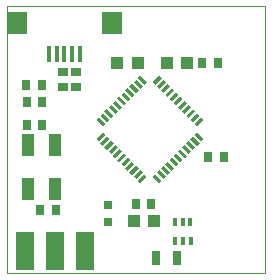
<source format=gtp>
G75*
G70*
%OFA0B0*%
%FSLAX24Y24*%
%IPPOS*%
%LPD*%
%AMOC8*
5,1,8,0,0,1.08239X$1,22.5*
%
%ADD10C,0.0000*%
%ADD11R,0.0276X0.0354*%
%ADD12R,0.0413X0.0425*%
%ADD13R,0.0600X0.1300*%
%ADD14R,0.0433X0.0394*%
%ADD15R,0.0315X0.0472*%
%ADD16R,0.0130X0.0270*%
%ADD17R,0.0138X0.0551*%
%ADD18R,0.0709X0.0748*%
%ADD19R,0.0315X0.0118*%
%ADD20R,0.0433X0.0748*%
%ADD21R,0.0354X0.0276*%
%ADD22R,0.0315X0.0315*%
D10*
X000750Y000969D02*
X000750Y009869D01*
X009350Y009869D01*
X009350Y000969D01*
X000750Y000969D01*
D11*
X001844Y003069D03*
X002356Y003069D03*
X001906Y005919D03*
X001394Y005919D03*
X001394Y006669D03*
X001906Y006669D03*
X001895Y007254D03*
X001383Y007254D03*
X005031Y003285D03*
X005543Y003285D03*
X007444Y004843D03*
X007956Y004843D03*
X007756Y007969D03*
X007244Y007969D03*
D12*
X006744Y007969D03*
X006056Y007969D03*
X005094Y007969D03*
X004406Y007969D03*
D13*
X003350Y001719D03*
X002350Y001719D03*
X001350Y001719D03*
D14*
X004965Y002719D03*
X005635Y002719D03*
D15*
X005696Y001469D03*
X006404Y001469D03*
D16*
X006346Y002044D03*
X006601Y002046D03*
X006858Y002046D03*
X006854Y002692D03*
X006600Y002692D03*
X006346Y002692D03*
D17*
X003162Y008276D03*
X002906Y008276D03*
X002650Y008276D03*
X002394Y008276D03*
X002138Y008276D03*
D18*
X001075Y009319D03*
X004225Y009319D03*
D19*
G36*
X005180Y007563D02*
X005401Y007342D01*
X005318Y007259D01*
X005097Y007480D01*
X005180Y007563D01*
G37*
G36*
X005041Y007424D02*
X005262Y007203D01*
X005179Y007120D01*
X004958Y007341D01*
X005041Y007424D01*
G37*
G36*
X004902Y007285D02*
X005123Y007064D01*
X005040Y006981D01*
X004819Y007202D01*
X004902Y007285D01*
G37*
G36*
X004763Y007146D02*
X004984Y006925D01*
X004901Y006842D01*
X004680Y007063D01*
X004763Y007146D01*
G37*
G36*
X004624Y007007D02*
X004845Y006786D01*
X004762Y006703D01*
X004541Y006924D01*
X004624Y007007D01*
G37*
G36*
X004484Y006867D02*
X004705Y006646D01*
X004622Y006563D01*
X004401Y006784D01*
X004484Y006867D01*
G37*
G36*
X004483Y006424D02*
X004262Y006645D01*
X004345Y006728D01*
X004566Y006507D01*
X004483Y006424D01*
G37*
G36*
X004344Y006285D02*
X004123Y006506D01*
X004206Y006589D01*
X004427Y006368D01*
X004344Y006285D01*
G37*
G36*
X004205Y006146D02*
X003984Y006367D01*
X004067Y006450D01*
X004288Y006229D01*
X004205Y006146D01*
G37*
G36*
X004066Y006007D02*
X003845Y006228D01*
X003928Y006311D01*
X004149Y006090D01*
X004066Y006007D01*
G37*
G36*
X003927Y005867D02*
X003706Y006088D01*
X003789Y006171D01*
X004010Y005950D01*
X003927Y005867D01*
G37*
G36*
X003706Y005449D02*
X003927Y005670D01*
X004010Y005587D01*
X003789Y005366D01*
X003706Y005449D01*
G37*
G36*
X003845Y005310D02*
X004066Y005531D01*
X004149Y005448D01*
X003928Y005227D01*
X003845Y005310D01*
G37*
G36*
X003984Y005171D02*
X004205Y005392D01*
X004288Y005309D01*
X004067Y005088D01*
X003984Y005171D01*
G37*
G36*
X004123Y005032D02*
X004344Y005253D01*
X004427Y005170D01*
X004206Y004949D01*
X004123Y005032D01*
G37*
G36*
X004262Y004893D02*
X004483Y005114D01*
X004566Y005031D01*
X004345Y004810D01*
X004262Y004893D01*
G37*
G36*
X004401Y004753D02*
X004622Y004974D01*
X004705Y004891D01*
X004484Y004670D01*
X004401Y004753D01*
G37*
G36*
X004845Y004752D02*
X004624Y004531D01*
X004541Y004614D01*
X004762Y004835D01*
X004845Y004752D01*
G37*
G36*
X004984Y004613D02*
X004763Y004392D01*
X004680Y004475D01*
X004901Y004696D01*
X004984Y004613D01*
G37*
G36*
X005123Y004474D02*
X004902Y004253D01*
X004819Y004336D01*
X005040Y004557D01*
X005123Y004474D01*
G37*
G36*
X005262Y004335D02*
X005041Y004114D01*
X004958Y004197D01*
X005179Y004418D01*
X005262Y004335D01*
G37*
G36*
X005401Y004195D02*
X005180Y003974D01*
X005097Y004057D01*
X005318Y004278D01*
X005401Y004195D01*
G37*
G36*
X005820Y003974D02*
X005599Y004195D01*
X005682Y004278D01*
X005903Y004057D01*
X005820Y003974D01*
G37*
G36*
X005959Y004114D02*
X005738Y004335D01*
X005821Y004418D01*
X006042Y004197D01*
X005959Y004114D01*
G37*
G36*
X006098Y004253D02*
X005877Y004474D01*
X005960Y004557D01*
X006181Y004336D01*
X006098Y004253D01*
G37*
G36*
X006237Y004392D02*
X006016Y004613D01*
X006099Y004696D01*
X006320Y004475D01*
X006237Y004392D01*
G37*
G36*
X006376Y004531D02*
X006155Y004752D01*
X006238Y004835D01*
X006459Y004614D01*
X006376Y004531D01*
G37*
G36*
X006516Y004670D02*
X006295Y004891D01*
X006378Y004974D01*
X006599Y004753D01*
X006516Y004670D01*
G37*
G36*
X006517Y005114D02*
X006738Y004893D01*
X006655Y004810D01*
X006434Y005031D01*
X006517Y005114D01*
G37*
G36*
X006656Y005253D02*
X006877Y005032D01*
X006794Y004949D01*
X006573Y005170D01*
X006656Y005253D01*
G37*
G36*
X006795Y005392D02*
X007016Y005171D01*
X006933Y005088D01*
X006712Y005309D01*
X006795Y005392D01*
G37*
G36*
X006934Y005531D02*
X007155Y005310D01*
X007072Y005227D01*
X006851Y005448D01*
X006934Y005531D01*
G37*
G36*
X007073Y005670D02*
X007294Y005449D01*
X007211Y005366D01*
X006990Y005587D01*
X007073Y005670D01*
G37*
G36*
X007294Y006088D02*
X007073Y005867D01*
X006990Y005950D01*
X007211Y006171D01*
X007294Y006088D01*
G37*
G36*
X007155Y006228D02*
X006934Y006007D01*
X006851Y006090D01*
X007072Y006311D01*
X007155Y006228D01*
G37*
G36*
X007016Y006367D02*
X006795Y006146D01*
X006712Y006229D01*
X006933Y006450D01*
X007016Y006367D01*
G37*
G36*
X006877Y006506D02*
X006656Y006285D01*
X006573Y006368D01*
X006794Y006589D01*
X006877Y006506D01*
G37*
G36*
X006738Y006645D02*
X006517Y006424D01*
X006434Y006507D01*
X006655Y006728D01*
X006738Y006645D01*
G37*
G36*
X006599Y006784D02*
X006378Y006563D01*
X006295Y006646D01*
X006516Y006867D01*
X006599Y006784D01*
G37*
G36*
X006155Y006786D02*
X006376Y007007D01*
X006459Y006924D01*
X006238Y006703D01*
X006155Y006786D01*
G37*
G36*
X006016Y006925D02*
X006237Y007146D01*
X006320Y007063D01*
X006099Y006842D01*
X006016Y006925D01*
G37*
G36*
X005877Y007064D02*
X006098Y007285D01*
X006181Y007202D01*
X005960Y006981D01*
X005877Y007064D01*
G37*
G36*
X005738Y007203D02*
X005959Y007424D01*
X006042Y007341D01*
X005821Y007120D01*
X005738Y007203D01*
G37*
G36*
X005599Y007342D02*
X005820Y007563D01*
X005903Y007480D01*
X005682Y007259D01*
X005599Y007342D01*
G37*
D20*
X002353Y005247D03*
X001447Y005247D03*
X001447Y003791D03*
X002353Y003791D03*
D21*
X002600Y007163D03*
X003050Y007163D03*
X003050Y007675D03*
X002600Y007675D03*
D22*
X004104Y003256D03*
X004104Y002666D03*
M02*

</source>
